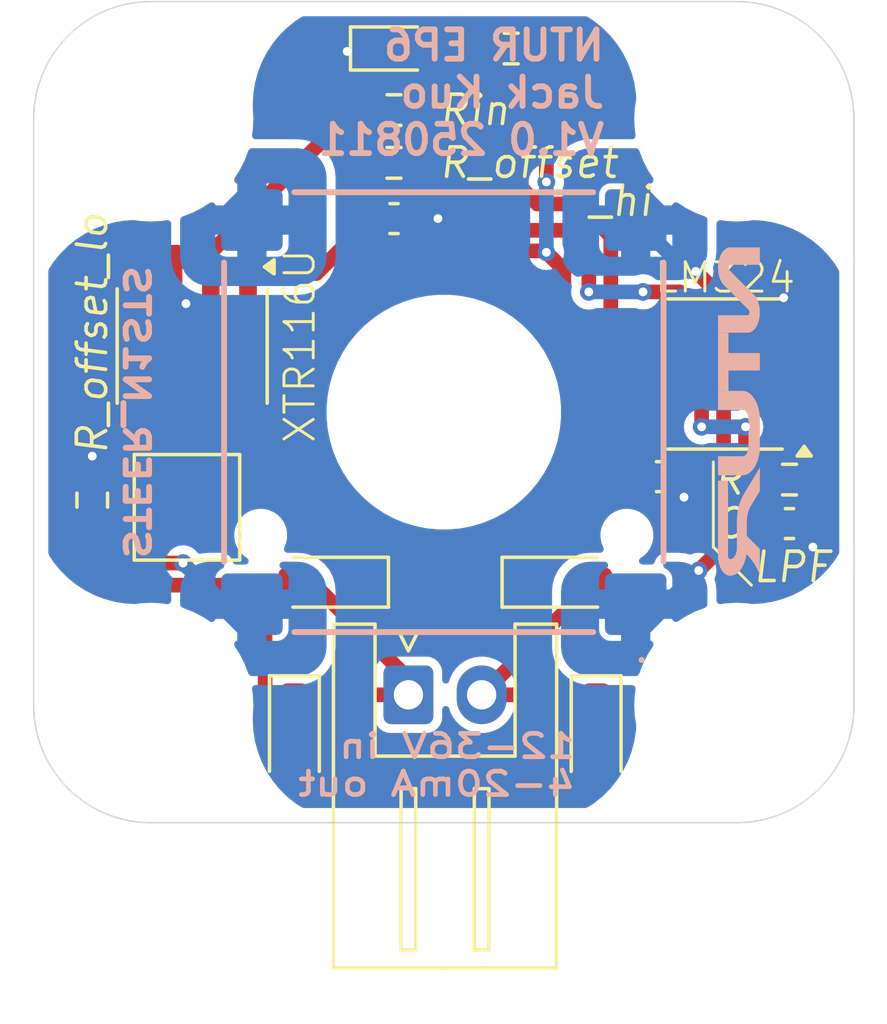
<source format=kicad_pcb>
(kicad_pcb (version 20240108) (generator "pcbnew") (generator_version "8.0")
  (title_block (title "STEER_NT15TS") (date "2025-08-11") (rev "1.0") (company "NTUR") (comment 1 "郭哲明 Jack Kuo") (comment 2 "Electrical Group"))
  (layers (0 "F.Cu" signal) (31 "B.Cu" signal) (34 "B.Paste" user) (35 "F.Paste" user) (36 "B.SilkS" user "B.Silkscreen") (37 "F.SilkS" user "F.Silkscreen") (38 "B.Mask" user) (39 "F.Mask" user) (44 "Edge.Cuts" user))
  (net 0 "")
  (net 1 "GND")
  (net 2 "Net-(D1-K)")
  (net 3 "VCC")
  (net 4 "Net-(D3-A)")
  (net 5 "Net-(Q2-E)")
  (net 6 "Net-(Q2-B)")
  (net 7 "Net-(U2A--)")
  (net 8 "Net-(U2C-V+)")
  (net 9 "Net-(U3-VREF)")
  (net 10 "Net-(U3-IIN)")
  (net 11 "GND1")
  (net 12 "Net-(U2B-+)")
  (net 13 "Net-(U2B--)")
  (net 14 "Net-(D5-A)")
  (net 15 "/POT_hi")
  (net 16 "/POT_lo")
  (net 17 "/POT_NC")
  (net 18 "/POT_WIPER")
  (footprint "Resistor_SMD:R_0603_1608Metric" (layer "F.Cu") (at 128 103 90)
    (property "Reference" "R3" (hide yes))
    (property "Value" "1k")
    (fp_line (start -0.237258 -0.5225) (end 0.237258 -0.5225) (stroke (width 0.12)) (layer "F.SilkS"))
    (fp_line (start -0.237258 0.5225) (end 0.237258 0.5225) (stroke (width 0.12)) (layer "F.SilkS"))
    (pad "1" smd roundrect (at -0.825 0 90) (size 0.8 0.95) (layers "F.Cu" "F.Paste" "F.Mask") (net 16 "/POT_lo"))
    (pad "2" smd roundrect (at 0.825 0 90) (size 0.8 0.95) (layers "F.Cu" "F.Paste" "F.Mask") (net 11 "GND1"))
  )
  (footprint "Resistor_SMD:R_0603_1608Metric" (layer "F.Cu") (at 138.3 89.7 180)
    (property "Reference" "R1" (hide yes))
    (property "Value" "10k")
    (fp_line (start -0.237258 0.5225) (end 0.237258 0.5225) (stroke (width 0.12)) (layer "F.SilkS"))
    (fp_line (start -0.237258 -0.5225) (end 0.237258 -0.5225) (stroke (width 0.12)) (layer "F.SilkS"))
    (pad "1" smd roundrect (at -0.825 0 180) (size 0.8 0.95) (layers "F.Cu" "F.Paste" "F.Mask") (net 13 "Net-(U2B--)"))
    (pad "2" smd roundrect (at 0.825 0 180) (size 0.8 0.95) (layers "F.Cu" "F.Paste" "F.Mask") (net 10 "Net-(U3-IIN)"))
  )
  (footprint "MountingHole:MountingHole_3.2mm_M3" (layer "F.Cu") (at 130 110)
    (property "Reference" "H2" (hide yes))
    (property "Value" "MountingHole")
    (pad "" np_thru_hole circle (at 0 0) (size 3.2 3.2) (drill 3.2) (layers "*.Cu" "*.Mask"))
  )
  (footprint "MountingHole:MountingHole_3.2mm_M3" (layer "F.Cu") (at 150 90)
    (property "Reference" "H4" (hide yes))
    (property "Value" "MountingHole")
    (pad "" np_thru_hole circle (at 0 0) (size 3.2 3.2) (drill 3.2) (layers "*.Cu" "*.Mask"))
  )
  (footprint "Diode_SMD:D_SOD-323_HandSoldering" (layer "F.Cu") (at 144 105.8)
    (property "Reference" "D2" (hide yes))
    (property "Value" "1N4148")
    (fp_line (start -2.01 -0.85) (end -2.01 0.85) (stroke (width 0.12)) (layer "F.SilkS"))
    (fp_line (start -2.01 -0.85) (end 1.25 -0.85) (stroke (width 0.12)) (layer "F.SilkS"))
    (fp_line (start -2.01 0.85) (end 1.25 0.85) (stroke (width 0.12)) (layer "F.SilkS"))
    (pad "1" smd roundrect (at -1.25 0) (size 1 1) (layers "F.Cu" "F.Paste" "F.Mask") (net 3 "VCC"))
    (pad "2" smd roundrect (at 1.25 0) (size 1 1) (layers "F.Cu" "F.Paste" "F.Mask") (net 2 "Net-(D1-K)"))
  )
  (footprint "Resistor_SMD:R_0603_1608Metric" (layer "F.Cu") (at 151.8 102.3 180)
    (property "Reference" "R4" (hide yes))
    (property "Value" "10k")
    (fp_line (start -0.237258 0.5225) (end 0.237258 0.5225) (stroke (width 0.12)) (layer "F.SilkS"))
    (fp_line (start -0.237258 -0.5225) (end 0.237258 -0.5225) (stroke (width 0.12)) (layer "F.SilkS"))
    (pad "1" smd roundrect (at -0.825 0 180) (size 0.8 0.95) (layers "F.Cu" "F.Paste" "F.Mask") (net 7 "Net-(U2A--)"))
    (pad "2" smd roundrect (at 0.825 0 180) (size 0.8 0.95) (layers "F.Cu" "F.Paste" "F.Mask") (net 12 "Net-(U2B-+)"))
  )
  (footprint "Diode_SMD:D_SOD-323_HandSoldering" (layer "F.Cu") (at 136.1 105.8 180)
    (property "Reference" "D3" (hide yes))
    (property "Value" "1N4148")
    (fp_line (start -2.01 0.85) (end 1.25 0.85) (stroke (width 0.12)) (layer "F.SilkS"))
    (fp_line (start -2.01 -0.85) (end 1.25 -0.85) (stroke (width 0.12)) (layer "F.SilkS"))
    (fp_line (start -2.01 -0.85) (end -2.01 0.85) (stroke (width 0.12)) (layer "F.SilkS"))
    (pad "1" smd roundrect (at -1.25 0 180) (size 1 1) (layers "F.Cu" "F.Paste" "F.Mask") (net 3 "VCC"))
    (pad "2" smd roundrect (at 1.25 0 180) (size 1 1) (layers "F.Cu" "F.Paste" "F.Mask") (net 4 "Net-(D3-A)"))
  )
  (footprint "Package_SO:SOIC-8_3.9x4.9mm_P1.27mm" (layer "F.Cu") (at 149.6 98.7 180)
    (property "Reference" "U2" (hide yes))
    (property "Value" "LM358")
    (fp_line (start 0 2.56) (end 1.95 2.56) (stroke (width 0.12)) (layer "F.SilkS"))
    (fp_line (start 0 2.56) (end -1.95 2.56) (stroke (width 0.12)) (layer "F.SilkS"))
    (fp_line (start 0 -2.56) (end 1.95 -2.56) (stroke (width 0.12)) (layer "F.SilkS"))
    (fp_line (start 0 -2.56) (end -1.95 -2.56) (stroke (width 0.12)) (layer "F.SilkS"))
    (fp_poly (pts (xy -2.7 -2.465) (xy -2.94 -2.795) (xy -2.46 -2.795) (xy -2.7 -2.465)) (stroke (width 0.12)) (fill solid) (layer "F.SilkS"))
    (pad "1" smd roundrect (at -2.475 -1.905 180) (size 1.95 0.6) (layers "F.Cu" "F.Paste" "F.Mask") (net 7 "Net-(U2A--)"))
    (pad "2" smd roundrect (at -2.475 -0.635 180) (size 1.95 0.6) (layers "F.Cu" "F.Paste" "F.Mask") (net 7 "Net-(U2A--)"))
    (pad "3" smd roundrect (at -2.475 0.635 180) (size 1.95 0.6) (layers "F.Cu" "F.Paste" "F.Mask") (net 18 "/POT_WIPER"))
    (pad "4" smd roundrect (at -2.475 1.905 180) (size 1.95 0.6) (layers "F.Cu" "F.Paste" "F.Mask") (net 11 "GND1"))
    (pad "5" smd roundrect (at 2.475 1.905 180) (size 1.95 0.6) (layers "F.Cu" "F.Paste" "F.Mask") (net 12 "Net-(U2B-+)"))
    (pad "6" smd roundrect (at 2.475 0.635 180) (size 1.95 0.6) (layers "F.Cu" "F.Paste" "F.Mask") (net 13 "Net-(U2B--)"))
    (pad "7" smd roundrect (at 2.475 -0.635 180) (size 1.95 0.6) (layers "F.Cu" "F.Paste" "F.Mask") (net 13 "Net-(U2B--)"))
    (pad "8" smd roundrect (at 2.475 -1.905 180) (size 1.95 0.6) (layers "F.Cu" "F.Paste" "F.Mask") (net 8 "Net-(U2C-V+)"))
  )
  (footprint "Capacitor_SMD:C_0603_1608Metric" (layer "F.Cu") (at 151.8 103.8)
    (property "Reference" "C1" (hide yes))
    (property "Value" "100n")
    (fp_line (start -0.14058 -0.51) (end 0.14058 -0.51) (stroke (width 0.12)) (layer "F.SilkS"))
    (fp_line (start -0.14058 0.51) (end 0.14058 0.51) (stroke (width 0.12)) (layer "F.SilkS"))
    (pad "1" smd roundrect (at -0.775 0) (size 0.9 0.95) (layers "F.Cu" "F.Paste" "F.Mask") (net 12 "Net-(U2B-+)"))
    (pad "2" smd roundrect (at 0.775 0) (size 0.9 0.95) (layers "F.Cu" "F.Paste" "F.Mask") (net 11 "GND1"))
  )
  (footprint "Diode_SMD:D_SOD-323_HandSoldering" (layer "F.Cu") (at 134.9 111 -90)
    (property "Reference" "D4" (hide yes))
    (property "Value" "1N4148")
    (fp_line (start -2.01 0.85) (end 1.25 0.85) (stroke (width 0.12)) (layer "F.SilkS"))
    (fp_line (start -2.01 -0.85) (end -2.01 0.85) (stroke (width 0.12)) (layer "F.SilkS"))
    (fp_line (start -2.01 -0.85) (end 1.25 -0.85) (stroke (width 0.12)) (layer "F.SilkS"))
    (pad "1" smd roundrect (at -1.25 0 270) (size 1 1) (layers "F.Cu" "F.Paste" "F.Mask") (net 4 "Net-(D3-A)"))
    (pad "2" smd roundrect (at 1.25 0 270) (size 1 1) (layers "F.Cu" "F.Paste" "F.Mask") (net 1 "GND"))
  )
  (footprint "MountingHole:MountingHole_3.2mm_M3" (layer "F.Cu") (at 130 90)
    (property "Reference" "H1" (hide yes))
    (property "Value" "MountingHole")
    (pad "" np_thru_hole circle (at 0 0) (size 3.2 3.2) (drill 3.2) (layers "*.Cu" "*.Mask"))
  )
  (footprint "Package_SO:SOIC-8_3.9x4.9mm_P1.27mm" (layer "F.Cu") (at 131.4115 97.7459 -90)
    (property "Reference" "U3" (hide yes))
    (property "Value" "XTR116U")
    (fp_line (start 0 2.56) (end -1.95 2.56) (stroke (width 0.12)) (layer "F.SilkS"))
    (fp_line (start 0 2.56) (end 1.95 2.56) (stroke (width 0.12)) (layer "F.SilkS"))
    (fp_line (start 0 -2.56) (end -1.95 -2.56) (stroke (width 0.12)) (layer "F.SilkS"))
    (fp_line (start 0 -2.56) (end 1.95 -2.56) (stroke (width 0.12)) (layer "F.SilkS"))
    (fp_poly (pts (xy -2.7 -2.465) (xy -2.94 -2.795) (xy -2.46 -2.795) (xy -2.7 -2.465)) (stroke (width 0.12)) (fill solid) (layer "F.SilkS"))
    (pad "1" smd roundrect (at -2.475 -1.905 270) (size 1.95 0.6) (layers "F.Cu" "F.Paste" "F.Mask") (net 9 "Net-(U3-VREF)"))
    (pad "2" smd roundrect (at -2.475 -0.635 270) (size 1.95 0.6) (layers "F.Cu" "F.Paste" "F.Mask") (net 10 "Net-(U3-IIN)"))
    (pad "3" smd roundrect (at -2.475 0.635 270) (size 1.95 0.6) (layers "F.Cu" "F.Paste" "F.Mask") (net 11 "GND1"))
    (pad "4" smd roundrect (at -2.475 1.905 270) (size 1.95 0.6) (layers "F.Cu" "F.Paste" "F.Mask") (net 1 "GND"))
    (pad "5" smd roundrect (at 2.475 1.905 270) (size 1.95 0.6) (layers "F.Cu" "F.Paste" "F.Mask") (net 5 "Net-(Q2-E)"))
    (pad "6" smd roundrect (at 2.475 0.635 270) (size 1.95 0.6) (layers "F.Cu" "F.Paste" "F.Mask") (net 6 "Net-(Q2-B)"))
    (pad "7" smd roundrect (at 2.475 -0.635 270) (size 1.95 0.6) (layers "F.Cu" "F.Paste" "F.Mask") (net 3 "VCC"))
    (pad "8" smd roundrect (at 2.475 -1.905 270) (size 1.95 0.6) (layers "F.Cu" "F.Paste" "F.Mask") (net 8 "Net-(U2C-V+)"))
  )
  (footprint "Resistor_SMD:R_0603_1608Metric" (layer "F.Cu") (at 142.3 87.6)
    (property "Reference" "R5" (hide yes))
    (property "Value" "10k")
    (fp_line (start -0.237258 -0.5225) (end 0.237258 -0.5225) (stroke (width 0.12)) (layer "F.SilkS"))
    (fp_line (start -0.237258 0.5225) (end 0.237258 0.5225) (stroke (width 0.12)) (layer "F.SilkS"))
    (pad "1" smd roundrect (at -0.825 0) (size 0.8 0.95) (layers "F.Cu" "F.Paste" "F.Mask") (net 14 "Net-(D5-A)"))
    (pad "2" smd roundrect (at 0.825 0) (size 0.8 0.95) (layers "F.Cu" "F.Paste" "F.Mask") (net 8 "Net-(U2C-V+)"))
  )
  (footprint "Capacitor_SMD:C_0603_1608Metric" (layer "F.Cu") (at 138.3 93.4)
    (property "Reference" "C2" (hide yes))
    (property "Value" "100n")
    (fp_line (start -0.14058 -0.51) (end 0.14058 -0.51) (stroke (width 0.12)) (layer "F.SilkS"))
    (fp_line (start -0.14058 0.51) (end 0.14058 0.51) (stroke (width 0.12)) (layer "F.SilkS"))
    (pad "1" smd roundrect (at -0.775 0) (size 0.9 0.95) (layers "F.Cu" "F.Paste" "F.Mask") (net 9 "Net-(U3-VREF)"))
    (pad "2" smd roundrect (at 0.775 0) (size 0.9 0.95) (layers "F.Cu" "F.Paste" "F.Mask") (net 11 "GND1"))
  )
  (footprint "Connector_JST:JST_XH_S2B-XH-A_1x02_P2.50mm_Horizontal" (layer "F.Cu") (at 138.7921 109.6391)
    (property "Reference" "J1" (hide yes))
    (property "Value" "current")
    (fp_line (start -2.56 -2.41) (end -1.14 -2.41) (stroke (width 0.12)) (layer "F.SilkS"))
    (fp_line (start -2.56 9.31) (end -2.56 -2.41) (stroke (width 0.12)) (layer "F.SilkS"))
    (fp_line (start -1.14 -2.41) (end -1.14 2.09) (stroke (width 0.12)) (layer "F.SilkS"))
    (fp_line (start -1.14 2.09) (end 1.25 2.09) (stroke (width 0.12)) (layer "F.SilkS"))
    (fp_line (start -0.3 -2.1) (end 0.3 -2.1) (stroke (width 0.12)) (layer "F.SilkS"))
    (fp_line (start -0.25 3.2) (end -0.25 8.7) (stroke (width 0.12)) (layer "F.SilkS"))
    (fp_line (start -0.25 8.7) (end 0.25 8.7) (stroke (width 0.12)) (layer "F.SilkS"))
    (fp_line (start 0 -1.5) (end -0.3 -2.1) (stroke (width 0.12)) (layer "F.SilkS"))
    (fp_line (start 0.25 3.2) (end -0.25 3.2) (stroke (width 0.12)) (layer "F.SilkS"))
    (fp_line (start 0.25 8.7) (end 0.25 3.2) (stroke (width 0.12)) (layer "F.SilkS"))
    (fp_line (start 0.3 -2.1) (end 0 -1.5) (stroke (width 0.12)) (layer "F.SilkS"))
    (fp_line (start 1.25 9.31) (end -2.56 9.31) (stroke (width 0.12)) (layer "F.SilkS"))
    (fp_line (start 1.25 9.31) (end 5.06 9.31) (stroke (width 0.12)) (layer "F.SilkS"))
    (fp_line (start 2.25 3.2) (end 2.25 8.7) (stroke (width 0.12)) (layer "F.SilkS"))
    (fp_line (start 2.25 8.7) (end 2.75 8.7) (stroke (width 0.12)) (layer "F.SilkS"))
    (fp_line (start 2.75 3.2) (end 2.25 3.2) (stroke (width 0.12)) (layer "F.SilkS"))
    (fp_line (start 2.75 8.7) (end 2.75 3.2) (stroke (width 0.12)) (layer "F.SilkS"))
    (fp_line (start 3.64 -2.41) (end 3.64 2.09) (stroke (width 0.12)) (layer "F.SilkS"))
    (fp_line (start 3.64 2.09) (end 1.25 2.09) (stroke (width 0.12)) (layer "F.SilkS"))
    (fp_line (start 5.06 -2.41) (end 3.64 -2.41) (stroke (width 0.12)) (layer "F.SilkS"))
    (fp_line (start 5.06 9.31) (end 5.06 -2.41) (stroke (width 0.12)) (layer "F.SilkS"))
    (pad "1" thru_hole roundrect (at 0 0) (size 1.7 2) (drill 1) (layers "*.Cu" "*.Mask") (roundrect_rratio 0.147059) (net 4 "Net-(D3-A)"))
    (pad "2" thru_hole oval (at 2.5 0) (size 1.7 2) (drill 1) (layers "*.Cu" "*.Mask") (net 2 "Net-(D1-K)"))
  )
  (footprint "Diode_SMD:D_SOD-323_HandSoldering" (layer "F.Cu") (at 145.2 111 -90)
    (property "Reference" "D1" (hide yes))
    (property "Value" "1N4148")
    (fp_line (start -2.01 0.85) (end 1.25 0.85) (stroke (width 0.12)) (layer "F.SilkS"))
    (fp_line (start -2.01 -0.85) (end -2.01 0.85) (stroke (width 0.12)) (layer "F.SilkS"))
    (fp_line (start -2.01 -0.85) (end 1.25 -0.85) (stroke (width 0.12)) (layer "F.SilkS"))
    (pad "1" smd roundrect (at -1.25 0 270) (size 1 1) (layers "F.Cu" "F.Paste" "F.Mask") (net 2 "Net-(D1-K)"))
    (pad "2" smd roundrect (at 1.25 0 270) (size 1 1) (layers "F.Cu" "F.Paste" "F.Mask") (net 1 "GND"))
  )
  (footprint "LED_SMD:LED_0603_1608Metric" (layer "F.Cu") (at 138.3 87.6)
    (property "Reference" "D5" (hide yes))
    (property "Value" "LED")
    (fp_line (start -1.485 -0.735) (end -1.485 0.735) (stroke (width 0.12)) (layer "F.SilkS"))
    (fp_line (start -1.485 0.735) (end 0.8 0.735) (stroke (width 0.12)) (layer "F.SilkS"))
    (fp_line (start 0.8 -0.735) (end -1.485 -0.735) (stroke (width 0.12)) (layer "F.SilkS"))
    (pad "1" smd roundrect (at -0.7875 0) (size 0.875 0.95) (layers "F.Cu" "F.Paste" "F.Mask") (net 11 "GND1"))
    (pad "2" smd roundrect (at 0.7875 0) (size 0.875 0.95) (layers "F.Cu" "F.Paste" "F.Mask") (net 14 "Net-(D5-A)"))
  )
  (footprint "Resistor_SMD:R_0603_1608Metric" (layer "F.Cu") (at 138.3 91.5)
    (property "Reference" "R2" (hide yes))
    (property "Value" "1k")
    (fp_line (start -0.237258 -0.5225) (end 0.237258 -0.5225) (stroke (width 0.12)) (layer "F.SilkS"))
    (fp_line (start -0.237258 0.5225) (end 0.237258 0.5225) (stroke (width 0.12)) (layer "F.SilkS"))
    (pad "1" smd roundrect (at -0.825 0) (size 0.8 0.95) (layers "F.Cu" "F.Paste" "F.Mask") (net 9 "Net-(U3-VREF)"))
    (pad "2" smd roundrect (at 0.825 0) (size 0.8 0.95) (layers "F.Cu" "F.Paste" "F.Mask") (net 15 "/POT_hi"))
  )
  (footprint "Capacitor_SMD:C_0603_1608Metric" (layer "F.Cu") (at 147.4 102.2)
    (property "Reference" "C3" (hide yes))
    (property "Value" "100n")
    (fp_line (start -0.14058 -0.51) (end 0.14058 -0.51) (stroke (width 0.12)) (layer "F.SilkS"))
    (fp_line (start -0.14058 0.51) (end 0.14058 0.51) (stroke (width 0.12)) (layer "F.SilkS"))
    (pad "1" smd roundrect (at -0.775 0) (size 0.9 0.95) (layers "F.Cu" "F.Paste" "F.Mask") (net 8 "Net-(U2C-V+)"))
    (pad "2" smd roundrect (at 0.775 0) (size 0.9 0.95) (layers "F.Cu" "F.Paste" "F.Mask") (net 11 "GND1"))
  )
  (footprint "PCM_Package_TO_SOT_SMD_AKL:SOT-23" (layer "F.Cu") (at 131.2337 103.2459)
    (property "Reference" "Q2" (hide yes))
    (property "Value" "MMBT2222A" (hide yes))
    (fp_line (start -1.8 -1.8) (end -1.8 1.8) (stroke (width 0.12)) (layer "F.SilkS"))
    (fp_line (start -1.8 1.8) (end 1.8 1.8) (stroke (width 0.12)) (layer "F.SilkS"))
    (fp_line (start 1.8 -1.8) (end -1.8 -1.8) (stroke (width 0.12)) (layer "F.SilkS"))
    (fp_line (start 1.8 1.8) (end 1.8 -1.8) (stroke (width 0.12)) (layer "F.SilkS"))
    (pad "1" smd roundrect (at -1 -0.95) (size 0.9 0.8) (layers "F.Cu" "F.Paste" "F.Mask") (net 6 "Net-(Q2-B)"))
    (pad "2" smd roundrect (at -1 0.95) (size 0.9 0.8) (layers "F.Cu" "F.Paste" "F.Mask") (net 5 "Net-(Q2-E)"))
    (pad "3" smd roundrect (at 1 0) (size 0.9 0.8) (layers "F.Cu" "F.Paste" "F.Mask") (net 3 "VCC"))
  )
  (footprint "MountingHole:MountingHole_3.2mm_M3" (layer "F.Cu") (at 150 110)
    (property "Reference" "H3" (hide yes))
    (property "Value" "MountingHole")
    (pad "" np_thru_hole circle (at 0 0) (size 3.2 3.2) (drill 3.2) (layers "*.Cu" "*.Mask"))
  )
  (footprint "nturt_kicad_lib_EP6:N15TS103A3030" (layer "B.Cu") (at 140 100 180)
    (property "Reference" "RV1" (hide yes))
    (property "Value" "N15TV-103A3030" (hide yes))
    (fp_line (start 7.499999 -5.1) (end 7.499999 5.1) (stroke (width 0.2)) (layer "B.SilkS"))
    (fp_line (start 5.1 7.499999) (end -5.1 7.499999) (stroke (width 0.2)) (layer "B.SilkS"))
    (fp_line (start 5.1 -7.499999) (end -5.1 -7.499999) (stroke (width 0.2)) (layer "B.SilkS"))
    (fp_line (start -6.75 -8.4) (end -6.75 -8.4) (stroke (width 0.1)) (layer "B.SilkS"))
    (fp_line (start -6.75 -8.5) (end -6.75 -8.5) (stroke (width 0.1)) (layer "B.SilkS"))
    (fp_line (start -7.499999 -5.1) (end -7.499999 5.1) (stroke (width 0.2)) (layer "B.SilkS"))
    (fp_arc (start -6.75 -8.4) (mid -6.8 -8.45) (end -6.75 -8.5) (stroke (width 0.1)) (layer "B.SilkS"))
    (fp_arc (start -6.75 -8.5) (mid -6.7 -8.45) (end -6.75 -8.4) (stroke (width 0.1)) (layer "B.SilkS"))
    (pad "" np_thru_hole circle (at -6.25 -4.2 180) (size 1.3 1.3) (drill 1.3) (layers "*.Cu" "*.Mask"))
    (pad "" np_thru_hole circle (at 0 0 180) (size 7.5 7.5) (drill 7.5) (layers "*.Cu" "*.Mask"))
    (pad "" np_thru_hole circle (at 6.25 -4.2 180) (size 1.3 1.3) (drill 1.3) (layers "*.Cu" "*.Mask"))
    (pad "A1" smd roundrect (at -6.55 -6.55 180) (size 2.1 2.1) (layers "B.Cu" "B.Paste" "B.Mask") (roundrect_rratio 0.1) (chamfer_ratio 0.3) (chamfer top_left) (net 15 "/POT_hi"))
    (pad "D1" smd roundrect (at 6.55 6.55 90) (size 2.1 2.1) (layers "B.Cu" "B.Paste" "B.Mask") (roundrect_rratio 0.1) (chamfer_ratio 0.3) (chamfer top_right) (net 17 "/POT_NC"))
    (pad "E1" smd roundrect (at 6.55 -6.55 90) (size 2.1 2.1) (layers "B.Cu" "B.Paste" "B.Mask") (roundrect_rratio 0.1) (chamfer_ratio 0.3) (chamfer top_left) (net 16 "/POT_lo"))
    (pad "S1" smd roundrect (at -6.55 6.55 270) (size 2.1 2.1) (layers "B.Cu" "B.Paste" "B.Mask") (roundrect_rratio 0.1) (chamfer_ratio 0.3) (chamfer top_left) (net 18 "/POT_WIPER"))
  )
  (gr_poly (pts (xy 150.197593 99.923307) (xy 150.207998 99.923747) (xy 150.218266 99.925052) (xy 150.228387 99.927201) (xy 150.238347 99.930173) (xy 150.248134 99.933946) (xy 150.257734 99.9385) (xy 150.267135 99.943811) (xy 150.276323 99.94986) (xy 150.285287 99.956625) (xy 150.294014 99.964084) (xy 150.310703 99.981001) (xy 150.326288 100.000439) (xy 150.340667 100.022228) (xy 150.353737 100.046196) (xy 150.365397 100.072174) (xy 150.375544 100.099989) (xy 150.384075 100.129471) (xy 150.390889 100.160449) (xy 150.395882 100.192752) (xy 150.398953 100.22621) (xy 150.4 100.26065) (xy 150.4 101.166849) (xy 150.399736 101.184181) (xy 150.398953 101.201289) (xy 150.397664 101.218152) (xy 150.395882 101.234747) (xy 150.393619 101.251053) (xy 150.390889 101.26705) (xy 150.387703 101.282715) (xy 150.384075 101.298028) (xy 150.380018 101.312967) (xy 150.375544 101.32751) (xy 150.370666 101.341637) (xy 150.365397 101.355325) (xy 150.35975 101.368554) (xy 150.353737 101.381302) (xy 150.347372 101.393549) (xy 150.340667 101.405271) (xy 150.333634 101.416449) (xy 150.326288 101.42706) (xy 150.31864 101.437083) (xy 150.310703 101.446498) (xy 150.30249 101.455282) (xy 150.294014 101.463415) (xy 150.285287 101.470874) (xy 150.276323 101.477639) (xy 150.267135 101.483688) (xy 150.257734 101.488999) (xy 150.248134 101.493553) (xy 150.238347 101.497326) (xy 150.228387 101.500298) (xy 150.218266 101.502447) (xy 150.207998 101.503752) (xy 150.197593 101.504192) (xy 149.360187 101.504192) (xy 149.360187 102.152157) (xy 150.197593 102.152157) (xy 150.227969 102.150872) (xy 150.257952 102.147059) (xy 150.287505 102.14078) (xy 150.316591 102.132098) (xy 150.345171 102.121075) (xy 150.373209 102.107773) (xy 150.400667 102.092256) (xy 150.427508 102.074584) (xy 150.453694 102.054821) (xy 150.479187 102.03303) (xy 150.527945 101.983609) (xy 150.573484 101.926821) (xy 150.615503 101.863165) (xy 150.653702 101.793141) (xy 150.68778 101.717248) (xy 150.717439 101.635984) (xy 150.742379 101.549849) (xy 150.762298 101.459342) (xy 150.776897 101.364963) (xy 150.785877 101.26721) (xy 150.788937 101.166583) (xy 150.788937 100.26065) (xy 150.788166 100.210009) (xy 150.785877 100.160023) (xy 150.782109 100.110757) (xy 150.776897 100.062271) (xy 150.770281 100.014628) (xy 150.762298 99.967891) (xy 150.752985 99.922123) (xy 150.742379 99.877385) (xy 150.730518 99.83374) (xy 150.717439 99.79125) (xy 150.703181 99.749978) (xy 150.68778 99.709986) (xy 150.671275 99.671337) (xy 150.653702 99.634093) (xy 150.635098 99.598316) (xy 150.615503 99.564069) (xy 150.594952 99.531414) (xy 150.573484 99.500413) (xy 150.551136 99.47113) (xy 150.527945 99.443625) (xy 150.50395 99.417963) (xy 150.479187 99.394205) (xy 150.453694 99.372413) (xy 150.427508 99.35265) (xy 150.400667 99.334979) (xy 150.373209 99.319461) (xy 150.345171 99.306159) (xy 150.316591 99.295136) (xy 150.287505 99.286454) (xy 150.257952 99.280176) (xy 150.227969 99.276363) (xy 150.197593 99.275078) (xy 149.360187 99.275078) (xy 149.360187 99.923307)) (stroke (width -0.000001)) (fill solid) (layer "B.SilkS"))
  (gr_poly (pts (xy 149.36072 104.932748) (xy 149.362301 104.967304) (xy 149.364905 105.001363) (xy 149.368506 105.034882) (xy 149.373077 105.067817) (xy 149.378594 105.100126) (xy 149.38503 105.131766) (xy 149.392359 105.162693) (xy 149.400555 105.192864) (xy 149.409593 105.222236) (xy 149.419446 105.250767) (xy 149.43009 105.278412) (xy 149.441497 105.305129) (xy 149.453642 105.330875) (xy 149.4665 105.355606) (xy 149.480043 105.379279) (xy 149.494247 105.401852) (xy 149.509086 105.423281) (xy 149.524533 105.443523) (xy 149.540564 105.462535) (xy 149.557151 105.480274) (xy 149.574269 105.496696) (xy 149.591892 105.51176) (xy 149.609995 105.52542) (xy 149.628551 105.537635) (xy 149.647535 105.548361) (xy 149.66692 105.557556) (xy 149.686682 105.565175) (xy 149.706793 105.571176) (xy 149.727229 105.575516) (xy 149.747962 105.578152) (xy 149.768968 105.57904) (xy 149.776906 105.57904) (xy 149.802076 105.57812) (xy 149.826968 105.575389) (xy 149.85156 105.570883) (xy 149.875829 105.564642) (xy 149.899751 105.556703) (xy 149.923304 105.547106) (xy 149.946464 105.535888) (xy 149.969208 105.523089) (xy 149.991514 105.508746) (xy 150.013358 105.492898) (xy 150.055568 105.456843) (xy 150.095654 105.415229) (xy 150.133432 105.368365) (xy 150.168717 105.316559) (xy 150.201324 105.260119) (xy 150.23107 105.199351) (xy 150.257769 105.134565) (xy 150.281238 105.066066) (xy 150.301291 104.994165) (xy 150.317745 104.919167) (xy 150.330414 104.841381) (xy 150.368105 104.880078) (xy 150.404669 104.919753) (xy 150.440091 104.960379) (xy 150.474352 105.001929) (xy 150.507436 105.044377) (xy 150.539327 105.087696) (xy 150.570008 105.131859) (xy 150.599462 105.176839) (xy 150.627673 105.222611) (xy 150.654624 105.269146) (xy 150.680299 105.316418) (xy 150.70468 105.3644) (xy 150.727751 105.413067) (xy 150.749495 105.46239) (xy 150.769896 105.512343) (xy 150.788937 105.5629) (xy 150.788937 104.667284) (xy 150.344437 104.222785) (xy 150.344437 103.748387) (xy 150.345002 103.709794) (xy 150.346688 103.671539) (xy 150.349483 103.633675) (xy 150.353371 103.596256) (xy 150.358339 103.559334) (xy 150.364375 103.522964) (xy 150.371464 103.487197) (xy 150.379593 103.452087) (xy 150.388749 103.417687) (xy 150.398917 103.38405) (xy 150.410084 103.35123) (xy 150.422237 103.319278) (xy 150.435362 103.28825) (xy 150.449445 103.258196) (xy 150.464473 103.229172) (xy 150.480433 103.201229) (xy 150.788937 102.687144) (xy 150.788937 101.882546) (xy 150.239133 102.799063) (xy 150.211411 102.847553) (xy 150.185312 102.897913) (xy 150.160859 102.95005) (xy 150.138074 103.003876) (xy 150.116981 103.059297) (xy 150.097602 103.116225) (xy 150.07996 103.174569) (xy 150.064078 103.234237) (xy 150.049979 103.295139) (xy 150.037685 103.357184) (xy 150.02722 103.420282) (xy 150.018607 103.484342) (xy 150.011868 103.549273) (xy 150.007026 103.614985) (xy 150.004104 103.681387) (xy 150.003125 103.748388) (xy 150.003125 104.632889) (xy 150.002829 104.652268) (xy 150.001953 104.671395) (xy 150.000511 104.690246) (xy 149.998516 104.708798) (xy 149.995983 104.727026) (xy 149.992927 104.744908) (xy 149.989362 104.762419) (xy 149.985302 104.779534) (xy 149.980763 104.796232) (xy 149.975757 104.812487) (xy 149.9703 104.828275) (xy 149.964406 104.843574) (xy 149.958089 104.858359) (xy 149.951364 104.872605) (xy 149.944246 104.886291) (xy 149.936747 104.899391) (xy 149.928884 104.911881) (xy 149.92067 104.923739) (xy 149.912119 104.934939) (xy 149.903247 104.945459) (xy 149.894067 104.955274) (xy 149.884594 104.964361) (xy 149.874842 104.972696) (xy 149.864826 104.980254) (xy 149.85456 104.987012) (xy 149.844058 104.992947) (xy 149.833335 104.998034) (xy 149.822405 105.002249) (xy 149.811283 105.00557) (xy 149.799983 105.007971) (xy 149.788519 105.009429) (xy 149.776906 105.00992) (xy 149.768968 105.00992) (xy 149.765562 105.00977) (xy 149.762193 105.009326) (xy 149.758867 105.008595) (xy 149.755586 105.007585) (xy 149.752357 105.006303) (xy 149.749183 105.004758) (xy 149.74607 105.002957) (xy 149.743022 105.000908) (xy 149.740044 104.998619) (xy 149.737141 104.996097) (xy 149.731575 104.990387) (xy 149.726363 104.98384) (xy 149.721542 104.976517) (xy 149.717148 104.968482) (xy 149.71322 104.959795) (xy 149.709793 104.950519) (xy 149.706907 104.940716) (xy 149.704597 104.930448) (xy 149.702901 104.919777) (xy 149.701856 104.908765) (xy 149.701499 104.897474) (xy 149.701499 102.33763) (xy 149.360187 102.33763) (xy 149.360187 104.897738)) (stroke (width -0.000001)) (fill solid) (layer "B.SilkS"))
  (gr_poly (pts (xy 149.717375 99.275078) (xy 149.717375 98.580546) (xy 150.788937 98.580546) (xy 150.788937 97.985234) (xy 149.717375 97.985234) (xy 149.717375 97.290703) (xy 149.360187 97.290703) (xy 149.360187 99.275078)) (stroke (width -0.000001)) (fill solid) (layer "B.SilkS"))
  (gr_poly (pts (xy 150.371425 97.290703) (xy 150.389124 97.290107) (xy 150.406643 97.288331) (xy 150.423965 97.285396) (xy 150.441076 97.28132) (xy 150.457961 97.276122) (xy 150.474604 97.269821) (xy 150.490991 97.262436) (xy 150.507106 97.253988) (xy 150.522935 97.244493) (xy 150.538461 97.233973) (xy 150.568548 97.209931) (xy 150.597245 97.182013) (xy 150.624433 97.150374) (xy 150.649989 97.115166) (xy 150.673794 97.076543) (xy 150.695726 97.034656) (xy 150.715664 96.98966) (xy 150.733488 96.941708) (xy 150.749076 96.890953) (xy 150.762308 96.837547) (xy 150.773062 96.781644) (xy 150.776771 96.757921) (xy 150.779966 96.734185) (xy 150.782652 96.710449) (xy 150.784836 96.686725) (xy 150.786524 96.663026) (xy 150.787722 96.639364) (xy 150.788436 96.615753) (xy 150.788672 96.592203) (xy 150.787812 96.547648) (xy 150.785249 96.503558) (xy 150.781011 96.460051) (xy 150.775125 96.417243) (xy 150.767619 96.375252) (xy 150.758521 96.334195) (xy 150.747857 96.29419) (xy 150.735657 96.255355) (xy 150.721946 96.217806) (xy 150.706752 96.181662) (xy 150.690104 96.147039) (xy 150.672028 96.114055) (xy 150.652553 96.082827) (xy 150.631705 96.053474) (xy 150.609512 96.026112) (xy 150.586002 96.000859) (xy 150.166373 95.580965) (xy 149.746743 95.161336) (xy 149.743834 95.15827) (xy 149.741106 95.155126) (xy 149.738555 95.15191) (xy 149.736175 95.148627) (xy 149.733963 95.145282) (xy 149.731913 95.14188) (xy 149.72828 95.134923) (xy 149.72524 95.127798) (xy 149.722754 95.120543) (xy 149.720784 95.113199) (xy 149.719293 95.105807) (xy 149.718242 95.098404) (xy 149.717593 95.091033) (xy 149.717308 95.083732) (xy 149.71735 95.076541) (xy 149.71768 95.069501) (xy 149.71826 95.062651) (xy 149.719053 95.056031) (xy 149.72002 95.049682) (xy 149.721171 95.043414) (xy 149.722552 95.03706) (xy 149.724185 95.030686) (xy 149.726089 95.02436) (xy 149.728285 95.018151) (xy 149.730792 95.012126) (xy 149.732168 95.009204) (xy 149.733631 95.006353) (xy 149.735181 95.003582) (xy 149.736821 95.000899) (xy 149.738555 94.998314) (xy 149.740384 94.995833) (xy 149.742311 94.993467) (xy 149.744339 94.991223) (xy 149.74647 94.98911) (xy 149.748707 94.987136) (xy 149.751051 94.985309) (xy 149.753507 94.983639) (xy 149.756075 94.982134) (xy 149.758759 94.980802) (xy 149.761562 94.979652) (xy 149.764485 94.978691) (xy 149.767531 94.97793) (xy 149.770703 94.977375) (xy 149.774004 94.977036) (xy 149.777435 94.976922) (xy 150.788937 94.976922) (xy 150.788937 94.381609) (xy 149.777435 94.381609) (xy 149.759735 94.382205) (xy 149.742217 94.38398) (xy 149.724895 94.386915) (xy 149.707784 94.390991) (xy 149.6909 94.396189) (xy 149.674257 94.402489) (xy 149.657871 94.409872) (xy 149.641757 94.41832) (xy 149.625931 94.427812) (xy 149.610407 94.43833) (xy 149.580326 94.462367) (xy 149.551637 94.490276) (xy 149.52446 94.521904) (xy 149.498918 94.557098) (xy 149.47513 94.595704) (xy 149.45322 94.637569) (xy 149.433307 94.682539) (xy 149.415514 94.730461) (xy 149.399961 94.781182) (xy 149.38677 94.834546) (xy 149.376062 94.890403) (xy 149.368006 94.947573) (xy 149.362851 95.004725) (xy 149.36054 95.061624) (xy 149.361014 95.118035) (xy 149.364216 95.173725) (xy 149.37009 95.228457) (xy 149.378578 95.281996) (xy 149.389622 95.334109) (xy 149.403165 95.38456) (xy 149.41915 95.433114) (xy 149.437519 95.479536) (xy 149.458215 95.523592) (xy 149.481181 95.565047) (xy 149.506359 95.603665) (xy 149.533692 95.639212) (xy 149.548148 95.65576) (xy 149.563122 95.671453) (xy 149.982751 96.091082) (xy 150.402381 96.510975) (xy 150.40529 96.514042) (xy 150.408018 96.517186) (xy 150.410569 96.520401) (xy 150.412948 96.523684) (xy 150.415161 96.527029) (xy 150.417211 96.530432) (xy 150.420844 96.537388) (xy 150.423884 96.544514) (xy 150.42637 96.551768) (xy 150.42834 96.559112) (xy 150.429831 96.566505) (xy 150.430882 96.573907) (xy 150.431531 96.581279) (xy 150.431816 96.58858) (xy 150.431774 96.59577) (xy 150.431444 96.602811) (xy 150.430864 96.609661) (xy 150.430071 96.61628) (xy 150.429104 96.62263) (xy 150.427953 96.628897) (xy 150.426571 96.635252) (xy 150.424939 96.641626) (xy 150.423035 96.647951) (xy 150.420839 96.654161) (xy 150.418332 96.660186) (xy 150.416955 96.663108) (xy 150.415493 96.665959) (xy 150.413943 96.66873) (xy 150.412303 96.671412) (xy 150.410569 96.673998) (xy 150.40874 96.676478) (xy 150.406812 96.678845) (xy 150.404785 96.681089) (xy 150.402654 96.683202) (xy 150.400417 96.685176) (xy 150.398073 96.687002) (xy 150.395617 96.688672) (xy 150.393049 96.690178) (xy 150.390365 96.69151) (xy 150.387562 96.69266) (xy 150.384639 96.69362) (xy 150.381593 96.694382) (xy 150.378421 96.694936) (xy 150.37512 96.695275) (xy 150.371689 96.69539) (xy 149.360187 96.69539) (xy 149.360187 97.290703)) (stroke (width -0.000001)) (fill solid) (layer "B.SilkS"))
  (gr_line (start 149.2 104.6) (end 150.5 105.9) (stroke (width 0.1)) (layer "F.SilkS"))
  (gr_line (start 149.2 101.7) (end 149.2 104.6) (stroke (width 0.1)) (layer "F.SilkS"))
  (gr_arc (start 150 86) (mid 152.828427 87.171573) (end 154 90) (stroke (width 0.05)) (layer "Edge.Cuts"))
  (gr_line (start 150 86) (end 130 86) (stroke (width 0.05)) (layer "Edge.Cuts"))
  (gr_line (start 126 90) (end 126 110) (stroke (width 0.05)) (layer "Edge.Cuts"))
  (gr_arc (start 154 110) (mid 152.828427 112.828427) (end 150 114) (stroke (width 0.05)) (layer "Edge.Cuts"))
  (gr_line (start 150 114) (end 130 114) (stroke (width 0.05)) (layer "Edge.Cuts"))
  (gr_arc (start 126 90) (mid 127.171573 87.171573) (end 130 86) (stroke (width 0.05)) (layer "Edge.Cuts"))
  (gr_line (start 154 90) (end 154 110) (stroke (width 0.05)) (layer "Edge.Cuts"))
  (gr_arc (start 130 114) (mid 127.171573 112.828427) (end 126 110) (stroke (width 0.05)) (layer "Edge.Cuts"))
  (gr_text "12-36V in\n4-20mA out" (at 144.5799 113.1459 0) (layer "B.SilkS") (effects (font (size 0.8 1) (thickness 0.16) (bold yes)) (justify left bottom mirror)))
  (gr_text "STEER_N1STS" (at 129.5 100 270) (layer "B.SilkS") (effects (font (size 0.8 1) (thickness 0.2) (bold yes)) (justify mirror)))
  (gr_text "NTUR EP6\nJack Kuo\nV1.0 250811" (at 145.5799 91.3 0) (layer "B.SilkS") (effects (font (size 1 1) (thickness 0.2) (bold yes)) (justify left bottom mirror)))
  (gr_text "LPF" (at 151.9 104.7 0) (layer "F.SilkS") (effects (font (size 1 1) (thickness 0.125) (italic yes)) (justify top)))
  (gr_text "Rin" (at 139.78 89.7 0) (layer "F.SilkS") (effects (font (size 1 1) (thickness 0.125) (italic yes)) (justify left)))
  (gr_text "C" (at 150.32 103.8 0) (layer "F.SilkS") (effects (font (size 1 1) (thickness 0.125) (italic yes)) (justify right)))
  (gr_text "R" (at 150.32 102.3 0) (layer "F.SilkS") (effects (font (size 1 1) (thickness 0.125) (italic yes)) (justify right)))
  (gr_text "R_offset" (at 139.78 91.5 0) (layer "F.SilkS") (effects (font (size 1 1) (thickness 0.125) (italic yes)) (justify left)))
  (gr_text "LM324" (at 149.6 96 0) (layer "F.SilkS") (effects (font (size 1 1) (thickness 0.1)) (justify bottom)))
  (gr_text "XTR116U" (at 134.5 97.7459 90) (layer "F.SilkS") (effects (font (size 1 1) (thickness 0.1)) (justify top)))
  (gr_text "_hi" (at 144.9 92.8 0) (layer "F.SilkS") (effects (font (size 1 1) (thickness 0.125) (italic yes)) (justify left)))
  (gr_text "R_offset_lo" (at 128 101.52 90) (layer "F.SilkS") (effects (font (size 1 1) (thickness 0.125) (italic yes)) (justify left)))
  (segment (start 134.9 112.25) (end 133.9 111.25) (width 0.5) (layer "F.Cu") (net 1))
  (segment (start 133.9 111.25) (end 133.9 107.2) (width 0.5) (layer "F.Cu") (net 1))
  (segment (start 145.2 112.25) (end 144.484 112.25) (width 0.5) (layer "F.Cu") (net 1))
  (segment (start 133.9 107.2) (end 132.6 105.9) (width 0.5) (layer "F.Cu") (net 1))
  (segment (start 144.4799 112.2459) (end 134.9041 112.2459) (width 0.5) (layer "F.Cu") (net 1))
  (segment (start 128.5 105.9) (end 126.8 104.2) (width 0.5) (layer "F.Cu") (net 1))
  (segment (start 132.6 105.9) (end 128.5 105.9) (width 0.5) (layer "F.Cu") (net 1))
  (segment (start 126.8 104.2) (end 126.8 97.9774) (width 0.5) (layer "F.Cu") (net 1))
  (segment (start 126.8 97.9774) (end 129.5065 95.2709) (width 0.5) (layer "F.Cu") (net 1))
  (segment (start 134.9041 112.2459) (end 134.9 112.25) (width 0.5) (layer "F.Cu") (net 1))
  (segment (start 144.484 112.25) (end 144.4799 112.2459) (width 0.5) (layer "F.Cu") (net 1))
  (segment (start 145.0891 109.6391) (end 145.2 109.75) (width 0.5) (layer "F.Cu") (net 2))
  (segment (start 141.2921 109.6391) (end 145.0891 109.6391) (width 0.5) (layer "F.Cu") (net 2))
  (segment (start 145.1312 105.8) (end 141.2921 109.6391) (width 0.5) (layer "F.Cu") (net 2))
  (segment (start 145.25 105.8) (end 145.1312 105.8) (width 0.5) (layer "F.Cu") (net 2))
  (segment (start 142.65 105.7) (end 142.75 105.8) (width 0.5) (layer "F.Cu") (net 3))
  (segment (start 132.2337 103.2459) (end 132.2337 100.4081) (width 0.5) (layer "F.Cu") (net 3))
  (segment (start 137.45 105.7) (end 142.65 105.7) (width 0.5) (layer "F.Cu") (net 3))
  (segment (start 136.4 104.85) (end 137.35 105.8) (width 0.5) (layer "F.Cu") (net 3))
  (segment (start 133.0796 102.4) (end 134.4 102.4) (width 0.5) (layer "F.Cu") (net 3))
  (segment (start 136.4 104.4) (end 136.4 104.85) (width 0.5) (layer "F.Cu") (net 3))
  (segment (start 137.35 105.8) (end 137.45 105.7) (width 0.5) (layer "F.Cu") (net 3))
  (segment (start 134.4 102.4) (end 136.4 104.4) (width 0.5) (layer "F.Cu") (net 3))
  (segment (start 132.2337 103.2459) (end 133.0796 102.4) (width 0.5) (layer "F.Cu") (net 3))
  (segment (start 132.2337 100.4081) (end 132.0465 100.2209) (width 0.5) (layer "F.Cu") (net 3))
  (segment (start 138.7921 109.6391) (end 135.0109 109.6391) (width 0.5) (layer "F.Cu") (net 4))
  (segment (start 138.7921 109.0921) (end 135.5 105.8) (width 0.5) (layer "F.Cu") (net 4))
  (segment (start 135.5 105.8) (end 134.85 105.8) (width 0.5) (layer "F.Cu") (net 4))
  (segment (start 135.0109 109.6391) (end 134.9 109.75) (width 0.5) (layer "F.Cu") (net 4))
  (segment (start 138.7921 109.6391) (end 138.7921 109.0921) (width 0.5) (layer "F.Cu") (net 4))
  (segment (start 129.3 103.2622) (end 129.3 100.4274) (width 0.5) (layer "F.Cu") (net 5))
  (segment (start 129.3 100.4274) (end 129.5065 100.2209) (width 0.5) (layer "F.Cu") (net 5))
  (segment (start 130.2337 104.1959) (end 129.3 103.2622) (width 0.5) (layer "F.Cu") (net 5))
  (segment (start 130.7765 101.3493) (end 130.7765 100.2209) (width 0.5) (layer "F.Cu") (net 6))
  (segment (start 130.2337 101.8921) (end 130.7765 101.3493) (width 0.5) (layer "F.Cu") (net 6))
  (segment (start 130.2337 102.2959) (end 130.2337 101.8921) (width 0.5) (layer "F.Cu") (net 6))
  (segment (start 152.075 101.75) (end 152.075 100.605) (width 0.5) (layer "F.Cu") (net 7))
  (segment (start 152.075 100.605) (end 152.075 99.335) (width 0.5) (layer "F.Cu") (net 7))
  (segment (start 152.625 102.3) (end 152.075 101.75) (width 0.5) (layer "F.Cu") (net 7))
  (segment (start 145.3 100.1) (end 145.805 100.605) (width 0.5) (layer "F.Cu") (net 8))
  (segment (start 143.5 92.15) (end 143.5 87.975) (width 0.5) (layer "F.Cu") (net 8))
  (segment (start 146.6 102.175) (end 146.6 101.13) (width 0.5) (layer "F.Cu") (net 8))
  (segment (start 137.5 94.5) (end 133.3165 98.6835) (width 0.5) (layer "F.Cu") (net 8))
  (segment (start 143.5 87.975) (end 143.125 87.6) (width 0.5) (layer "F.Cu") (net 8))
  (segment (start 145.3 98.1) (end 145.3 100.1) (width 0.5) (layer "F.Cu") (net 8))
  (segment (start 143.5 94.55) (end 144.1 95.15) (width 0.5) (layer "F.Cu") (net 8))
  (segment (start 145.805 100.605) (end 147.125 100.605) (width 0.5) (layer "F.Cu") (net 8))
  (segment (start 146.6 101.13) (end 147.125 100.605) (width 0.5) (layer "F.Cu") (net 8))
  (segment (start 144.1 95.15) (end 144.1 96.9) (width 0.5) (layer "F.Cu") (net 8))
  (segment (start 143.5 94.55) (end 143.45 94.5) (width 0.5) (layer "F.Cu") (net 8))
  (segment (start 143.45 94.5) (end 137.5 94.5) (width 0.5) (layer "F.Cu") (net 8))
  (segment (start 146.625 102.2) (end 146.6 102.175) (width 0.5) (layer "F.Cu") (net 8))
  (segment (start 144.1 96.9) (end 145.3 98.1) (width 0.5) (layer "F.Cu") (net 8))
  (segment (start 133.3165 98.6835) (end 133.3165 100.2209) (width 0.5) (layer "F.Cu") (net 8))
  (via (at 143.5 92.15) (size 0.6) (drill 0.3) (layers "F.Cu" "B.Cu") (net 8))
  (via (at 143.5 94.55) (size 0.6) (drill 0.3) (layers "F.Cu" "B.Cu") (net 8))
  (segment (start 143.5 92.15) (end 143.5 94.55) (width 0.5) (layer "B.Cu") (net 8))
  (segment (start 137.525 91.55) (end 137.475 91.5) (width 0.5) (layer "F.Cu") (net 9))
  (segment (start 135.6541 95.2709) (end 133.3165 95.2709) (width 0.5) (layer "F.Cu") (net 9))
  (segment (start 137.525 93.4) (end 135.6541 95.2709) (width 0.5) (layer "F.Cu") (net 9))
  (segment (start 137.525 93.4) (end 137.525 91.55) (width 0.5) (layer "F.Cu") (net 9))
  (segment (start 137.475 89.7) (end 136.9 89.7) (width 0.5) (layer "F.Cu") (net 10))
  (segment (start 136.9 89.7) (end 132.0465 94.5535) (width 0.5) (layer "F.Cu") (net 10))
  (segment (start 132.0465 94.5535) (end 132.0465 95.2709) (width 0.5) (layer "F.Cu") (net 10))
  (segment (start 137.5125 87.6) (end 136.8 87.6) (width 0.5) (layer "F.Cu") (net 11))
  (segment (start 148.2 102.9) (end 148.175 102.875) (width 0.5) (layer "F.Cu") (net 11))
  (segment (start 152.575 104.575) (end 152.575 103.8) (width 0.5) (layer "F.Cu") (net 11))
  (segment (start 139.8 93.4) (end 139.075 93.4) (width 0.5) (layer "F.Cu") (net 11))
  (segment (start 148.175 102.875) (end 148.175 102.2) (width 0.5) (layer "F.Cu") (net 11))
  (segment (start 151.6 96.1) (end 151.6 96.32) (width 0.5) (layer "F.Cu") (net 11))
  (segment (start 130.7765 95.8765) (end 131.2 96.3) (width 0.5) (layer "F.Cu") (net 11))
  (segment (start 128 101.5) (end 128 102.175) (width 0.5) (layer "F.Cu") (net 11))
  (segment (start 130.7765 95.2709) (end 130.7765 95.8765) (width 0.5) (layer "F.Cu") (net 11))
  (segment (start 151.6 96.32) (end 152.075 96.795) (width 0.5) (layer "F.Cu") (net 11))
  (segment (start 136.8 87.6) (end 136.7 87.7) (width 0.5) (layer "F.Cu") (net 11))
  (segment (start 152.6 104.6) (end 152.575 104.575) (width 0.5) (layer "F.Cu") (net 11))
  (via (at 136.7 87.7) (size 0.6) (drill 0.3) (layers "F.Cu" "B.Cu") (net 11))
  (via (at 152.6 104.6) (size 0.6) (drill 0.3) (layers "F.Cu" "B.Cu") (net 11))
  (via (at 131.2 96.3) (size 0.6) (drill 0.3) (layers "F.Cu" "B.Cu") (net 11))
  (via (at 139.8 93.4) (size 0.6) (drill 0.3) (layers "F.Cu" "B.Cu") (net 11))
  (via (at 151.6 96.1) (size 0.6) (drill 0.3) (layers "F.Cu" "B.Cu") (net 11))
  (via (at 128 101.5) (size 0.6) (drill 0.3) (layers "F.Cu" "B.Cu") (net 11))
  (via (at 148.2 102.9) (size 0.6) (drill 0.3) (layers "F.Cu" "B.Cu") (net 11))
  (segment (start 150.3 100.5) (end 150.3 101.625) (width 0.5) (layer "F.Cu") (net 12))
  (segment (start 151.025 103.8) (end 150.975 103.75) (width 0.5) (layer "F.Cu") (net 12))
  (segment (start 150.975 103.75) (end 150.975 102.3) (width 0.5) (layer "F.Cu") (net 12))
  (segment (start 147.125 96.795) (end 147.682684 96.795) (width 0.5) (layer "F.Cu") (net 12))
  (segment (start 148.8 97.912316) (end 148.8 100.5) (width 0.5) (layer "F.Cu") (net 12))
  (segment (start 147.682684 96.795) (end 148.8 97.912316) (width 0.5) (layer "F.Cu") (net 12))
  (segment (start 150.3 101.625) (end 150.975 102.3) (width 0.5) (layer "F.Cu") (net 12))
  (via (at 150.3 100.5) (size 0.6) (drill 0.3) (layers "F.Cu" "B.Cu") (net 12))
  (via (at 148.8 100.5) (size 0.6) (drill 0.3) (layers "F.Cu" "B.Cu") (net 12))
  (segment (start 148.8 100.5) (end 150.3 100.5) (width 0.5) (layer "B.Cu") (net 12))
  (segment (start 145.7 94) (end 144.6 92.9) (width 0.5) (layer "F.Cu") (net 13))
  (segment (start 146.567316 98.065) (end 145.7 97.197684) (width 0.5) (layer "F.Cu") (net 13))
  (segment (start 140 89.7) (end 139.125 89.7) (width 0.5) (layer "F.Cu") (net 13))
  (segment (start 147.125 99.335) (end 147.125 98.065) (width 0.5) (layer "F.Cu") (net 13))
  (segment (start 144.6 92.9) (end 143.189339 92.9) (width 0.5) (layer "F.Cu") (net 13))
  (segment (start 142.75 92.45) (end 140 89.7) (width 0.5) (layer "F.Cu") (net 13))
  (segment (start 143.189339 92.9) (end 142.75 92.460661) (width 0.5) (layer "F.Cu") (net 13))
  (segment (start 142.75 92.460661) (end 142.75 92.45) (width 0.5) (layer "F.Cu") (net 13))
  (segment (start 147.125 98.065) (end 146.567316 98.065) (width 0.5) (layer "F.Cu") (net 13))
  (segment (start 145.7 97.197684) (end 145.7 94) (width 0.5) (layer "F.Cu") (net 13))
  (segment (start 139.0875 87.6) (end 141.475 87.6) (width 0.5) (layer "F.Cu") (net 14))
  (segment (start 146.8 95.9) (end 148.057684 95.9) (width 0.5) (layer "F.Cu") (net 15))
  (segment (start 148.057684 95.9) (end 149.55 97.392316) (width 0.5) (layer "F.Cu") (net 15))
  (segment (start 149.55 104.55) (end 148.7 105.4) (width 0.5) (layer "F.Cu") (net 15))
  (segment (start 144.95 94.55) (end 144.2 93.8) (width 0.5) (layer "F.Cu") (net 15))
  (segment (start 140 91.5) (end 139.125 91.5) (width 0.5) (layer "F.Cu") (net 15))
  (segment (start 149.55 97.392316) (end 149.55 104.55) (width 0.5) (layer "F.Cu") (net 15))
  (segment (start 142.3 93.8) (end 140 91.5) (width 0.5) (layer "F.Cu") (net 15))
  (segment (start 144.95 95.9) (end 144.95 94.55) (width 0.5) (layer "F.Cu") (net 15))
  (segment (start 144.2 93.8) (end 142.3 93.8) (width 0.5) (layer "F.Cu") (net 15))
  (via (at 144.95 95.9) (size 0.6) (drill 0.3) (layers "F.Cu" "B.Cu") (net 15))
  (via (at 146.8 95.9) (size 0.6) (drill 0.3) (layers "F.Cu" "B.Cu") (net 15))
  (via (at 148.7 105.4) (size 0.6) (drill 0.3) (layers "F.Cu" "B.Cu") (net 15))
  (segment (start 148.7 105.4) (end 147.55 106.55) (width 0.5) (layer "B.Cu") (net 15))
  (segment (start 144.95 95.9) (end 146.8 95.9) (width 0.5) (layer "B.Cu") (net 15))
  (segment (start 147.55 106.55) (end 146.55 106.55) (width 0.5) (layer "B.Cu") (net 15))
  (segment (start 131.1 105.146446) (end 129.321446 105.146446) (width 0.5) (layer "F.Cu") (net 16))
  (segment (start 129.321446 105.146446) (end 128 103.825) (width 0.5) (layer "F.Cu") (net 16))
  (via (at 131.1 105.146446) (size 0.6) (drill 0.3) (layers "F.Cu" "B.Cu") (net 16))
  (segment (start 132.353554 106.4) (end 133.6 106.4) (width 0.5) (layer "B.Cu") (net 16))
  (segment (start 131.1 105.146446) (end 132.353554 106.4) (width 0.5) (layer "B.Cu") (net 16))
  (segment (start 151.465 98.065) (end 152.075 98.065) (width 0.5) (layer "F.Cu") (net 18))
  (segment (start 148.6 95.2) (end 151.465 98.065) (width 0.5) (layer "F.Cu") (net 18))
  (via (at 148.6 95.2) (size 0.6) (drill 0.3) (layers "F.Cu" "B.Cu") (net 18))
  (segment (start 148.3 95.2) (end 146.55 93.45) (width 0.5) (layer "B.Cu") (net 18))
  (segment (start 148.6 95.2) (end 148.3 95.2) (width 0.5) (layer "B.Cu") (net 18))
  (zone (net 18) (net_name "/POT_WIPER") (layer "B.Cu") (priority 10) (connect_pads (clearance 0.3)) (min_thickness 0.25) (fill yes (thermal_gap 0.2) (thermal_bridge_width 1) (smoothing fillet) (radius 1))
    (polygon (pts (xy 144 91) (xy 149 91) (xy 149 95.5) (xy 144 95.5)))
  )
  (zone (net 17) (net_name "/POT_NC") (layer "B.Cu") (priority 10) (connect_pads (clearance 0.3)) (min_thickness 0.25) (fill yes (thermal_gap 0.2) (thermal_bridge_width 1) (smoothing fillet) (radius 1))
    (polygon (pts (xy 131 91) (xy 136 91) (xy 136 95.7) (xy 131 95.7)))
  )
  (zone (net 0) (net_name "") (layer "B.Cu") (connect_pads (clearance 0)) (min_thickness 0.25)
    (keepout (tracks not_allowed) (vias allowed) (pads allowed) (copperpour not_allowed) (footprints allowed))
    (fill (thermal_gap 0.5) (thermal_bridge_width 0.5))
    (polygon (pts (xy 153.5 90) (xy 153.480827 89.63415) (xy 153.423517 89.272309) (xy 153.328698 88.918441) (xy 153.197409 88.576422) (xy 153.031089 88.25) (xy 152.831559 87.942752) (xy 152.601007 87.658043) (xy 152.341957 87.398993) (xy 152.057248 87.168441) (xy 151.75 86.968911) (xy 151.423578 86.802591) (xy 151.081559 86.671302) (xy 150.727691 86.576483) (xy 150.36585 86.519173) (xy 150 86.5) (xy 149.63415 86.519173) (xy 149.272309 86.576483) (xy 148.918441 86.671302) (xy 148.576422 86.802591) (xy 148.25 86.968911) (xy 147.942752 87.168441) (xy 147.658043 87.398993) (xy 147.398993 87.658043) (xy 147.168441 87.942752) (xy 146.968911 88.25) (xy 146.802591 88.576422) (xy 146.671302 88.918441) (xy 146.576483 89.272309) (xy 146.519173 89.63415) (xy 146.5 90) (xy 146.519173 90.36585) (xy 146.576483 90.727691) (xy 146.671302 91.081559) (xy 146.802591 91.423578) (xy 146.968911 91.75) (xy 147.168441 92.057248) (xy 147.398993 92.341957) (xy 147.658043 92.601007) (xy 147.942752 92.831559) (xy 148.25 93.031089) (xy 148.576422 93.197409) (xy 148.918441 93.328698) (xy 149.272309 93.423517) (xy 149.63415 93.480827) (xy 150 93.5) (xy 150.36585 93.480827) (xy 150.727691 93.423517) (xy 151.081559 93.328698) (xy 151.423578 93.197409) (xy 151.75 93.031089) (xy 152.057248 92.831559) (xy 152.341957 92.601007) (xy 152.601007 92.341957) (xy 152.831559 92.057248) (xy 153.031089 91.75) (xy 153.197409 91.423578) (xy 153.328698 91.081559) (xy 153.423517 90.727691) (xy 153.480827 90.36585)))
  )
  (zone (net 0) (net_name "") (layer "B.Cu") (connect_pads (clearance 0)) (min_thickness 0.25)
    (keepout (tracks not_allowed) (vias allowed) (pads allowed) (copperpour not_allowed) (footprints allowed))
    (fill (thermal_gap 0.5) (thermal_bridge_width 0.5))
    (polygon (pts (xy 133.5 110) (xy 133.480827 109.63415) (xy 133.423517 109.272309) (xy 133.328698 108.918441) (xy 133.197409 108.576422) (xy 133.031089 108.25) (xy 132.831559 107.942752) (xy 132.601007 107.658043) (xy 132.341957 107.398993) (xy 132.057248 107.168441) (xy 131.75 106.968911) (xy 131.423578 106.802591) (xy 131.081559 106.671302) (xy 130.727691 106.576483) (xy 130.36585 106.519173) (xy 130 106.5) (xy 129.63415 106.519173) (xy 129.272309 106.576483) (xy 128.918441 106.671302) (xy 128.576422 106.802591) (xy 128.25 106.968911) (xy 127.942752 107.168441) (xy 127.658043 107.398993) (xy 127.398993 107.658043) (xy 127.168441 107.942752) (xy 126.968911 108.25) (xy 126.802591 108.576422) (xy 126.671302 108.918441) (xy 126.576483 109.272309) (xy 126.519173 109.63415) (xy 126.5 110) (xy 126.519173 110.36585) (xy 126.576483 110.727691) (xy 126.671302 111.081559) (xy 126.802591 111.423578) (xy 126.968911 111.75) (xy 127.168441 112.057248) (xy 127.398993 112.341957) (xy 127.658043 112.601007) (xy 127.942752 112.831559) (xy 128.25 113.031089) (xy 128.576422 113.197409) (xy 128.918441 113.328698) (xy 129.272309 113.423517) (xy 129.63415 113.480827) (xy 130 113.5) (xy 130.36585 113.480827) (xy 130.727691 113.423517) (xy 131.081559 113.328698) (xy 131.423578 113.197409) (xy 131.75 113.031089) (xy 132.057248 112.831559) (xy 132.341957 112.601007) (xy 132.601007 112.341957) (xy 132.831559 112.057248) (xy 133.031089 111.75) (xy 133.197409 111.423578) (xy 133.328698 111.081559) (xy 133.423517 110.727691) (xy 133.480827 110.36585)))
  )
  (zone (net 15) (net_name "/POT_hi") (layer "B.Cu") (priority 10) (connect_pads (clearance 0.3)) (min_thickness 0.25) (fill yes (thermal_gap 0.2) (thermal_bridge_width 1) (smoothing fillet) (radius 1))
    (polygon (pts (xy 144 105.1) (xy 149 105.1) (xy 149 109) (xy 144 109)))
  )
  (zone (net 11) (net_name "GND1") (layer "B.Cu") (priority 1) (connect_pads (clearance 0.3)) (min_thickness 0.25) (fill yes (thermal_gap 0.5) (thermal_bridge_width 0.5) (smoothing fillet) (radius 3.5))
    (polygon (pts (xy 125.9799 93.4459) (xy 125.9799 106.5459) (xy 133.4799 106.5459) (xy 133.4799 114.0459) (xy 146.5799 114.0459) (xy 146.5799 106.5459) (xy 153.9799 106.5459) (xy 153.9799 93.4459) (xy 146.5799 93.4459) (xy 146.5799 85.9459) (xy 133.4799 85.9459) (xy 133.4799 93.4459)))
  )
  (zone (net 0) (net_name "") (layer "B.Cu") (connect_pads (clearance 0)) (min_thickness 0.25)
    (keepout (tracks not_allowed) (vias allowed) (pads allowed) (copperpour not_allowed) (footprints allowed))
    (fill (thermal_gap 0.5) (thermal_bridge_width 0.5))
    (polygon (pts (xy 133.5 90) (xy 133.480827 89.63415) (xy 133.423517 89.272309) (xy 133.328698 88.918441) (xy 133.197409 88.576422) (xy 133.031089 88.25) (xy 132.831559 87.942752) (xy 132.601007 87.658043) (xy 132.341957 87.398993) (xy 132.057248 87.168441) (xy 131.75 86.968911) (xy 131.423578 86.802591) (xy 131.081559 86.671302) (xy 130.727691 86.576483) (xy 130.36585 86.519173) (xy 130 86.5) (xy 129.63415 86.519173) (xy 129.272309 86.576483) (xy 128.918441 86.671302) (xy 128.576422 86.802591) (xy 128.25 86.968911) (xy 127.942752 87.168441) (xy 127.658043 87.398993) (xy 127.398993 87.658043) (xy 127.168441 87.942752) (xy 126.968911 88.25) (xy 126.802591 88.576422) (xy 126.671302 88.918441) (xy 126.576483 89.272309) (xy 126.519173 89.63415) (xy 126.5 90) (xy 126.519173 90.36585) (xy 126.576483 90.727691) (xy 126.671302 91.081559) (xy 126.802591 91.423578) (xy 126.968911 91.75) (xy 127.168441 92.057248) (xy 127.398993 92.341957) (xy 127.658043 92.601007) (xy 127.942752 92.831559) (xy 128.25 93.031089) (xy 128.576422 93.197409) (xy 128.918441 93.328698) (xy 129.272309 93.423517) (xy 129.63415 93.480827) (xy 130 93.5) (xy 130.36585 93.480827) (xy 130.727691 93.423517) (xy 131.081559 93.328698) (xy 131.423578 93.197409) (xy 131.75 93.031089) (xy 132.057248 92.831559) (xy 132.341957 92.601007) (xy 132.601007 92.341957) (xy 132.831559 92.057248) (xy 133.031089 91.75) (xy 133.197409 91.423578) (xy 133.328698 91.081559) (xy 133.423517 90.727691) (xy 133.480827 90.36585)))
  )
  (zone (net 0) (net_name "") (layer "B.Cu") (connect_pads (clearance 0)) (min_thickness 0.25)
    (keepout (tracks not_allowed) (vias allowed) (pads allowed) (copperpour not_allowed) (footprints allowed))
    (fill (thermal_gap 0.5) (thermal_bridge_width 0.5))
    (polygon (pts (xy 153.5 110) (xy 153.480827 109.63415) (xy 153.423517 109.272309) (xy 153.328698 108.918441) (xy 153.197409 108.576422) (xy 153.031089 108.25) (xy 152.831559 107.942752) (xy 152.601007 107.658043) (xy 152.341957 107.398993) (xy 152.057248 107.168441) (xy 151.75 106.968911) (xy 151.423578 106.802591) (xy 151.081559 106.671302) (xy 150.727691 106.576483) (xy 150.36585 106.519173) (xy 150 106.5) (xy 149.63415 106.519173) (xy 149.272309 106.576483) (xy 148.918441 106.671302) (xy 148.576422 106.802591) (xy 148.25 106.968911) (xy 147.942752 107.168441) (xy 147.658043 107.398993) (xy 147.398993 107.658043) (xy 147.168441 107.942752) (xy 146.968911 108.25) (xy 146.802591 108.576422) (xy 146.671302 108.918441) (xy 146.576483 109.272309) (xy 146.519173 109.63415) (xy 146.5 110) (xy 146.519173 110.36585) (xy 146.576483 110.727691) (xy 146.671302 111.081559) (xy 146.802591 111.423578) (xy 146.968911 111.75) (xy 147.168441 112.057248) (xy 147.398993 112.341957) (xy 147.658043 112.601007) (xy 147.942752 112.831559) (xy 148.25 113.031089) (xy 148.576422 113.197409) (xy 148.918441 113.328698) (xy 149.272309 113.423517) (xy 149.63415 113.480827) (xy 150 113.5) (xy 150.36585 113.480827) (xy 150.727691 113.423517) (xy 151.081559 113.328698) (xy 151.423578 113.197409) (xy 151.75 113.031089) (xy 152.057248 112.831559) (xy 152.341957 112.601007) (xy 152.601007 112.341957) (xy 152.831559 112.057248) (xy 153.031089 111.75) (xy 153.197409 111.423578) (xy 153.328698 111.081559) (xy 153.423517 110.727691) (xy 153.480827 110.36585)))
  )
  (zone (net 16) (net_name "/POT_lo") (layer "B.Cu") (priority 10) (connect_pads (clearance 0.3)) (min_thickness 0.25) (fill yes (thermal_gap 0.2) (thermal_bridge_width 1) (smoothing fillet) (radius 1))
    (polygon (pts (xy 131 105.1) (xy 136 105.1) (xy 136 109) (xy 131 109)))
  )
)
</source>
